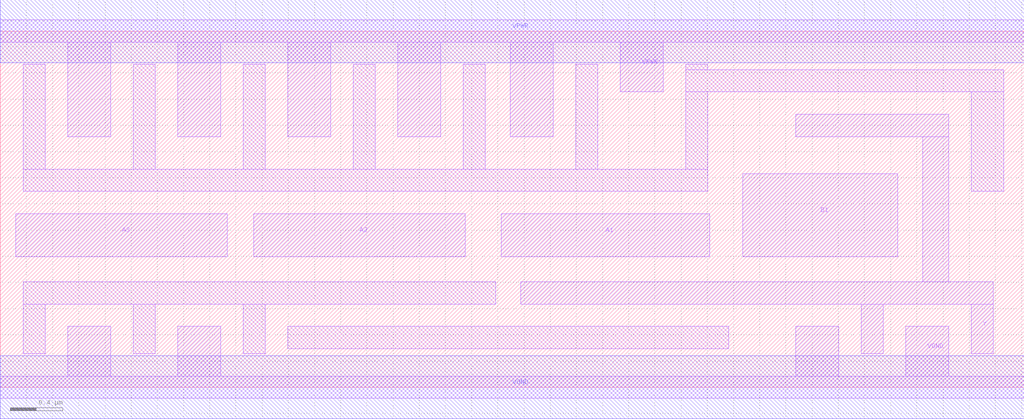
<source format=lef>
# Copyright 2020 The SkyWater PDK Authors
#
# Licensed under the Apache License, Version 2.0 (the "License");
# you may not use this file except in compliance with the License.
# You may obtain a copy of the License at
#
#     https://www.apache.org/licenses/LICENSE-2.0
#
# Unless required by applicable law or agreed to in writing, software
# distributed under the License is distributed on an "AS IS" BASIS,
# WITHOUT WARRANTIES OR CONDITIONS OF ANY KIND, either express or implied.
# See the License for the specific language governing permissions and
# limitations under the License.
#
# SPDX-License-Identifier: Apache-2.0

VERSION 5.5 ;
NAMESCASESENSITIVE ON ;
BUSBITCHARS "[]" ;
DIVIDERCHAR "/" ;
MACRO sky130_fd_sc_hd__a31oi_4
  CLASS CORE ;
  SOURCE USER ;
  ORIGIN  0.000000  0.000000 ;
  SIZE  7.820000 BY  2.720000 ;
  SYMMETRY X Y R90 ;
  SITE unithd ;
  PIN A1
    ANTENNAGATEAREA  0.990000 ;
    DIRECTION INPUT ;
    USE SIGNAL ;
    PORT
      LAYER li1 ;
        RECT 3.825000 0.995000 5.420000 1.325000 ;
    END
  END A1
  PIN A2
    ANTENNAGATEAREA  0.990000 ;
    DIRECTION INPUT ;
    USE SIGNAL ;
    PORT
      LAYER li1 ;
        RECT 1.935000 0.995000 3.550000 1.325000 ;
    END
  END A2
  PIN A3
    ANTENNAGATEAREA  0.990000 ;
    DIRECTION INPUT ;
    USE SIGNAL ;
    PORT
      LAYER li1 ;
        RECT 0.120000 0.995000 1.735000 1.325000 ;
    END
  END A3
  PIN B1
    ANTENNAGATEAREA  0.990000 ;
    DIRECTION INPUT ;
    USE SIGNAL ;
    PORT
      LAYER li1 ;
        RECT 5.670000 0.995000 6.855000 1.630000 ;
    END
  END B1
  PIN Y
    ANTENNADIFFAREA  1.443500 ;
    DIRECTION OUTPUT ;
    USE SIGNAL ;
    PORT
      LAYER li1 ;
        RECT 3.975000 0.635000 7.585000 0.805000 ;
        RECT 6.075000 1.915000 7.245000 2.085000 ;
        RECT 6.575000 0.255000 6.745000 0.635000 ;
        RECT 7.045000 0.805000 7.245000 1.915000 ;
        RECT 7.415000 0.255000 7.585000 0.635000 ;
    END
  END Y
  PIN VGND
    DIRECTION INOUT ;
    SHAPE ABUTMENT ;
    USE GROUND ;
    PORT
      LAYER li1 ;
        RECT 0.000000 -0.085000 7.820000 0.085000 ;
        RECT 0.515000  0.085000 0.845000 0.465000 ;
        RECT 1.355000  0.085000 1.685000 0.465000 ;
        RECT 6.075000  0.085000 6.405000 0.465000 ;
        RECT 6.915000  0.085000 7.245000 0.465000 ;
    END
    PORT
      LAYER met1 ;
        RECT 0.000000 -0.240000 7.820000 0.240000 ;
    END
  END VGND
  PIN VPWR
    DIRECTION INOUT ;
    SHAPE ABUTMENT ;
    USE POWER ;
    PORT
      LAYER li1 ;
        RECT 0.000000 2.635000 7.820000 2.805000 ;
        RECT 0.515000 1.915000 0.845000 2.635000 ;
        RECT 1.355000 1.915000 1.685000 2.635000 ;
        RECT 2.195000 1.915000 2.525000 2.635000 ;
        RECT 3.035000 1.915000 3.365000 2.635000 ;
        RECT 3.895000 1.915000 4.225000 2.635000 ;
        RECT 4.735000 2.255000 5.065000 2.635000 ;
    END
    PORT
      LAYER met1 ;
        RECT 0.000000 2.480000 7.820000 2.960000 ;
    END
  END VPWR
  OBS
    LAYER li1 ;
      RECT 0.175000 0.255000 0.345000 0.635000 ;
      RECT 0.175000 0.635000 3.785000 0.805000 ;
      RECT 0.175000 1.495000 5.405000 1.665000 ;
      RECT 0.175000 1.665000 0.345000 2.465000 ;
      RECT 1.015000 0.255000 1.185000 0.635000 ;
      RECT 1.015000 1.665000 1.185000 2.465000 ;
      RECT 1.855000 0.255000 2.025000 0.635000 ;
      RECT 1.855000 1.665000 2.025000 2.465000 ;
      RECT 2.195000 0.295000 5.565000 0.465000 ;
      RECT 2.695000 1.665000 2.865000 2.465000 ;
      RECT 3.535000 1.665000 3.705000 2.465000 ;
      RECT 4.395000 1.665000 4.565000 2.465000 ;
      RECT 5.235000 1.665000 5.405000 2.255000 ;
      RECT 5.235000 2.255000 7.665000 2.425000 ;
      RECT 5.235000 2.425000 5.405000 2.465000 ;
      RECT 7.415000 1.495000 7.665000 2.255000 ;
  END
END sky130_fd_sc_hd__a31oi_4

</source>
